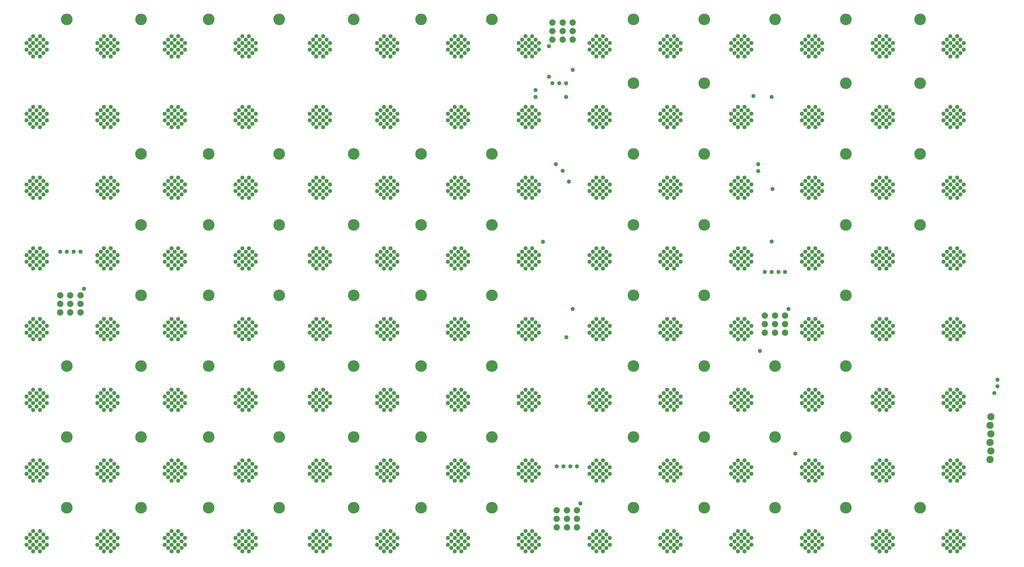
<source format=gbs>
G04 MADE WITH FRITZING*
G04 WWW.FRITZING.ORG*
G04 DOUBLE SIDED*
G04 HOLES PLATED*
G04 CONTOUR ON CENTER OF CONTOUR VECTOR*
%ASAXBY*%
%FSLAX23Y23*%
%MOIN*%
%OFA0B0*%
%SFA1.0B1.0*%
%ADD10C,0.135984*%
%ADD11C,0.049370*%
%ADD12C,0.073622*%
%ADD13C,0.084000*%
%LNMASK0*%
G90*
G70*
G54D10*
X571Y2424D03*
X571Y1597D03*
X571Y770D03*
X571Y6479D03*
X1437Y4077D03*
X1437Y2424D03*
X1437Y4904D03*
X1437Y1597D03*
X1437Y3251D03*
X1437Y770D03*
X1437Y6479D03*
X2225Y4077D03*
X2225Y2424D03*
X2225Y4904D03*
X2225Y1597D03*
X2225Y3251D03*
X2225Y770D03*
X2225Y6479D03*
X3051Y4077D03*
X3051Y2424D03*
X3051Y4904D03*
X3051Y1597D03*
X3051Y3251D03*
X3051Y770D03*
X3051Y6479D03*
X3918Y4077D03*
X3918Y2424D03*
X3918Y4904D03*
X3918Y1597D03*
X3918Y3251D03*
X3918Y770D03*
X3918Y6479D03*
X4705Y4077D03*
X4705Y2424D03*
X4705Y4904D03*
X4705Y1597D03*
X4705Y3251D03*
X4705Y770D03*
X4705Y6479D03*
X5532Y4077D03*
X5532Y2424D03*
X5532Y4904D03*
X5532Y1597D03*
X5532Y3251D03*
X5532Y770D03*
X5532Y6479D03*
X7185Y4077D03*
X7185Y2424D03*
X7185Y4904D03*
X7185Y1597D03*
X7185Y3251D03*
X7185Y770D03*
X7185Y6479D03*
X7185Y5731D03*
X8012Y4077D03*
X8012Y2424D03*
X8012Y4904D03*
X8012Y1597D03*
X8012Y3251D03*
X8012Y770D03*
X8012Y6479D03*
X8012Y5731D03*
X8839Y2424D03*
X8839Y1597D03*
X8839Y770D03*
X8839Y6479D03*
X9666Y4077D03*
X9666Y2424D03*
X9666Y4904D03*
X9666Y1597D03*
X9666Y3251D03*
X9666Y770D03*
X9666Y6479D03*
X9666Y5731D03*
X10532Y770D03*
X10532Y4077D03*
X10532Y4904D03*
X10532Y6479D03*
X10532Y5731D03*
G54D11*
X7579Y2975D03*
X6673Y1243D03*
X5847Y2069D03*
X5925Y2817D03*
X7658Y5298D03*
X5020Y6203D03*
X6870Y455D03*
X5886Y5416D03*
X7736Y1164D03*
X6043Y1951D03*
X4311Y298D03*
X5138Y2778D03*
X5177Y495D03*
X5965Y4510D03*
X6004Y4550D03*
X4232Y6243D03*
X5020Y1164D03*
X6831Y1912D03*
X5886Y377D03*
X7697Y4589D03*
X6004Y6046D03*
X5256Y6203D03*
X5925Y5219D03*
X4193Y1243D03*
X4351Y5377D03*
X4351Y2069D03*
X7658Y5455D03*
X7618Y4432D03*
X6713Y3762D03*
X7579Y1243D03*
X6004Y258D03*
X5177Y3723D03*
X5020Y4550D03*
X6083Y6125D03*
X5138Y2109D03*
X5177Y1912D03*
X6792Y2778D03*
X5099Y1321D03*
X7500Y1164D03*
X6713Y6085D03*
X6792Y5337D03*
X7579Y3566D03*
X4351Y3644D03*
X4272Y3802D03*
X7540Y377D03*
X5847Y3644D03*
X5965Y6164D03*
X5177Y2975D03*
X6004Y1164D03*
X6792Y4510D03*
X6083Y4471D03*
X4311Y1282D03*
X4272Y6203D03*
X5886Y6085D03*
X6752Y2975D03*
X6870Y6085D03*
X4232Y4589D03*
X7579Y6282D03*
X6673Y416D03*
X7697Y2936D03*
X7540Y3762D03*
X4232Y2936D03*
X5925Y1321D03*
X4429Y416D03*
X7618Y1951D03*
X5020Y337D03*
X7736Y337D03*
X7736Y5377D03*
X5217Y2857D03*
X6752Y5219D03*
X4272Y4628D03*
X6831Y1321D03*
X5886Y1125D03*
X5886Y2030D03*
X7658Y337D03*
X5138Y2936D03*
X4193Y3723D03*
X6673Y6203D03*
X6083Y3644D03*
X4232Y5337D03*
X4272Y1243D03*
X7697Y2030D03*
X6870Y1203D03*
X6792Y2030D03*
X6083Y337D03*
X6043Y6085D03*
X6673Y2896D03*
X4351Y6046D03*
X5099Y2148D03*
X5138Y5337D03*
X4390Y3605D03*
X4232Y2109D03*
X5256Y3723D03*
X5020Y2817D03*
X6752Y258D03*
X5099Y258D03*
X6792Y2109D03*
X5138Y1203D03*
X4232Y1203D03*
X5059Y1203D03*
X7658Y2148D03*
X5925Y3566D03*
X6792Y5416D03*
X5177Y3566D03*
X5059Y6243D03*
X4390Y1282D03*
X4390Y2109D03*
X5217Y5258D03*
X5256Y1164D03*
X5965Y1203D03*
X4429Y2069D03*
X6713Y2857D03*
X5177Y4550D03*
X6752Y1243D03*
X6043Y5416D03*
X6043Y298D03*
X7618Y6243D03*
X6752Y2069D03*
X5177Y2896D03*
X5099Y6046D03*
X7736Y4550D03*
X4272Y4392D03*
X4232Y3684D03*
X5138Y5416D03*
X4351Y2739D03*
X5177Y258D03*
X7658Y5377D03*
X5925Y495D03*
X5059Y4589D03*
X5059Y3762D03*
X5177Y5377D03*
X7540Y5416D03*
X4390Y5416D03*
X7500Y4550D03*
X5020Y5377D03*
X7579Y2817D03*
X7579Y1991D03*
X5965Y1951D03*
X6831Y4392D03*
X6792Y4589D03*
X5020Y3723D03*
X5886Y3762D03*
X5217Y1951D03*
X5886Y298D03*
X5138Y2030D03*
X5020Y6125D03*
X4272Y2817D03*
X5847Y416D03*
X6792Y1125D03*
X7540Y2778D03*
X5138Y6243D03*
X7579Y258D03*
X4429Y5298D03*
X7736Y6203D03*
X7697Y298D03*
X4272Y1085D03*
X7579Y3723D03*
X6043Y2778D03*
X6831Y2975D03*
X7579Y3644D03*
X7618Y3605D03*
X6752Y4392D03*
X6004Y495D03*
X6910Y337D03*
X5847Y1243D03*
X7658Y1085D03*
X6713Y377D03*
X5965Y5337D03*
X7500Y1243D03*
X4351Y1243D03*
X6752Y1991D03*
X6043Y3605D03*
X6043Y2109D03*
X6831Y4471D03*
X6004Y3566D03*
X6752Y495D03*
X4193Y4471D03*
X6713Y2936D03*
X7500Y2069D03*
X6043Y1282D03*
X6792Y298D03*
X7697Y455D03*
X6752Y5377D03*
X6870Y6243D03*
X5138Y3684D03*
X7540Y1282D03*
X7658Y3723D03*
X4390Y2936D03*
X7540Y1125D03*
X7736Y6125D03*
X5177Y6282D03*
X5886Y455D03*
X6004Y6203D03*
X7540Y4432D03*
X7579Y5455D03*
X7579Y4392D03*
X4351Y6282D03*
X6910Y2896D03*
X5217Y4510D03*
X5177Y337D03*
X5925Y3644D03*
X5059Y1282D03*
X7697Y5337D03*
X5847Y6125D03*
X4311Y5416D03*
X4232Y377D03*
X4193Y1164D03*
X7697Y2109D03*
X6004Y6282D03*
X5217Y5337D03*
X4390Y3684D03*
X4272Y1991D03*
X4193Y416D03*
X5217Y6243D03*
X7658Y4550D03*
X5217Y3605D03*
X4429Y1164D03*
X6752Y4628D03*
X7736Y3723D03*
X6752Y1085D03*
X6004Y1321D03*
X6792Y1951D03*
X4390Y1951D03*
X7500Y4471D03*
X4390Y2030D03*
X4193Y2896D03*
X4311Y3684D03*
X6870Y3762D03*
X7540Y3605D03*
X6831Y6125D03*
X4351Y258D03*
X7540Y2030D03*
X4351Y5298D03*
X7579Y5377D03*
X5886Y3605D03*
X6713Y1125D03*
X7500Y6203D03*
X6831Y1243D03*
X6673Y5377D03*
X6870Y1951D03*
X4193Y4550D03*
X7697Y2778D03*
X7540Y2936D03*
X6870Y6164D03*
X4272Y258D03*
X6752Y1912D03*
X5965Y2778D03*
X6792Y4432D03*
X5138Y455D03*
X7579Y2069D03*
X4272Y416D03*
X5059Y5337D03*
X7540Y1951D03*
X6713Y4510D03*
X4390Y6243D03*
X7658Y2817D03*
X5059Y1125D03*
X6831Y2069D03*
X5138Y1951D03*
X5020Y4471D03*
X4429Y5377D03*
X7697Y6164D03*
X5217Y6085D03*
X6910Y5377D03*
X4351Y2148D03*
X7540Y2109D03*
X5217Y1282D03*
X4351Y5455D03*
X5217Y455D03*
X4390Y4510D03*
X6004Y416D03*
X5138Y1282D03*
X6910Y3723D03*
X5020Y3644D03*
X6870Y2109D03*
X6083Y1991D03*
X4311Y1125D03*
X6752Y3802D03*
X7618Y2778D03*
X6713Y3605D03*
X7579Y495D03*
X6713Y2778D03*
X4390Y4432D03*
X4232Y1951D03*
X7500Y1991D03*
X5965Y2109D03*
X5177Y1085D03*
X4429Y6203D03*
X7658Y2069D03*
X7618Y1203D03*
X5886Y3684D03*
X5217Y2778D03*
X4272Y3723D03*
X7697Y4432D03*
X4351Y6203D03*
X7540Y5258D03*
X7658Y1243D03*
X5099Y1243D03*
X4429Y2817D03*
X5177Y416D03*
X7540Y3684D03*
X6083Y1164D03*
X5217Y3684D03*
X7618Y4510D03*
X4351Y1321D03*
X5177Y1243D03*
X7697Y5258D03*
X6870Y4510D03*
X7579Y6125D03*
X7658Y4392D03*
X4272Y2148D03*
X6713Y298D03*
X6831Y3802D03*
X6004Y2739D03*
X6043Y4510D03*
X7579Y2148D03*
X6870Y298D03*
X6043Y3684D03*
X5138Y4510D03*
X5177Y6125D03*
X5177Y6203D03*
X5099Y2896D03*
X6870Y5337D03*
X6004Y1085D03*
X6831Y5455D03*
X4429Y1243D03*
X6910Y416D03*
X7540Y6164D03*
X7736Y416D03*
X7658Y495D03*
X4351Y2817D03*
X6752Y1321D03*
X4193Y5298D03*
X4390Y5337D03*
X7540Y1203D03*
X7697Y6085D03*
X5059Y377D03*
X7500Y2896D03*
X6910Y6125D03*
X6831Y4550D03*
X5965Y6085D03*
X4272Y3566D03*
X5217Y298D03*
X7658Y2896D03*
X7658Y258D03*
X6004Y5298D03*
X6673Y2069D03*
X5925Y1912D03*
X7500Y3644D03*
X6831Y3723D03*
X5886Y4432D03*
X5099Y4392D03*
X7540Y298D03*
X5059Y6085D03*
X4272Y2069D03*
X5886Y2778D03*
X4272Y337D03*
X7658Y3802D03*
X5177Y5219D03*
X7500Y337D03*
X4232Y4510D03*
X6673Y4550D03*
X5847Y1991D03*
X6910Y2817D03*
X6752Y337D03*
X5059Y5258D03*
X5965Y1125D03*
X5217Y4589D03*
X6792Y1203D03*
X6673Y3644D03*
X4390Y5258D03*
X5099Y5298D03*
X7658Y1912D03*
X5099Y4471D03*
X5925Y6203D03*
X6043Y5258D03*
X7736Y4471D03*
X5020Y1991D03*
X4311Y6085D03*
X6004Y6125D03*
X5177Y2739D03*
X5965Y4432D03*
X7658Y1321D03*
X4351Y416D03*
X5256Y5298D03*
X5059Y6164D03*
X6870Y4589D03*
X7540Y6085D03*
X6910Y1243D03*
X5177Y5455D03*
X6004Y4471D03*
X7579Y416D03*
X5256Y2817D03*
X5099Y2069D03*
X6713Y5258D03*
X6713Y1203D03*
X6910Y4550D03*
X7500Y3723D03*
X4351Y3723D03*
X5965Y455D03*
X7697Y6243D03*
X5925Y2975D03*
X4311Y2109D03*
X5217Y2936D03*
X7697Y4510D03*
X5138Y1125D03*
X4390Y2857D03*
X7658Y5219D03*
X5965Y298D03*
X5847Y337D03*
X4232Y6085D03*
X7658Y6282D03*
X5020Y5298D03*
X5925Y5298D03*
X5099Y3802D03*
X5099Y5219D03*
X6870Y377D03*
X5217Y4432D03*
X5099Y6203D03*
X6831Y5377D03*
X5886Y1951D03*
X5099Y2739D03*
X4272Y6282D03*
X4351Y1164D03*
X5256Y3644D03*
X7697Y1125D03*
X7658Y1164D03*
X5099Y4550D03*
X7500Y2817D03*
X5217Y6164D03*
X5965Y3684D03*
X6004Y1991D03*
X4232Y1282D03*
X5099Y4628D03*
X5059Y3605D03*
X5925Y2896D03*
X5886Y2857D03*
X6004Y337D03*
X4429Y337D03*
X6673Y6125D03*
X6870Y1282D03*
X5177Y4628D03*
X4272Y2896D03*
X6673Y3723D03*
X5256Y5377D03*
X7618Y4589D03*
X6713Y4432D03*
X4390Y4589D03*
X6673Y2817D03*
X4351Y4392D03*
X6004Y1912D03*
X6752Y2148D03*
X6831Y2739D03*
X5925Y3723D03*
X4193Y2069D03*
X7540Y4510D03*
X6043Y4589D03*
X5965Y5416D03*
X6043Y6243D03*
X5099Y2817D03*
X6043Y377D03*
X5059Y3684D03*
X6831Y6282D03*
X7658Y2739D03*
X7697Y1282D03*
X6831Y2148D03*
X4311Y4589D03*
X5847Y3723D03*
X5059Y298D03*
X4272Y6125D03*
X4311Y4510D03*
X4390Y377D03*
X4193Y6203D03*
X6083Y2069D03*
X7736Y2896D03*
X4272Y495D03*
X4311Y3762D03*
X4193Y3644D03*
X6910Y4471D03*
X4232Y5258D03*
X5099Y5377D03*
X6831Y2896D03*
X6792Y2857D03*
X6083Y1243D03*
X5138Y4589D03*
X5886Y5337D03*
X7618Y2109D03*
X4232Y5416D03*
X5020Y2896D03*
X5059Y2030D03*
X5256Y416D03*
X5099Y495D03*
X6043Y455D03*
X7618Y1125D03*
X5059Y4510D03*
X6752Y3566D03*
X4311Y2936D03*
X7500Y5298D03*
X5256Y1991D03*
X6043Y6164D03*
X5256Y4471D03*
X6831Y258D03*
X4351Y3802D03*
X7736Y1991D03*
X4351Y6125D03*
X5177Y1991D03*
X5177Y1164D03*
X6004Y3802D03*
X5099Y6125D03*
X4272Y2739D03*
X4232Y298D03*
X6870Y1125D03*
X5059Y2778D03*
X5177Y4471D03*
X6752Y6203D03*
X6004Y5455D03*
X5925Y5455D03*
X6910Y6203D03*
X6752Y6125D03*
X7579Y1164D03*
X5965Y5258D03*
X5138Y4432D03*
X6713Y455D03*
X6752Y5455D03*
X4390Y298D03*
X6870Y2030D03*
X5965Y6243D03*
X6792Y3762D03*
X4232Y2778D03*
X6910Y5298D03*
X5886Y4589D03*
X6004Y4392D03*
X5256Y337D03*
X4311Y1951D03*
X7618Y6164D03*
X5847Y4471D03*
X5177Y6046D03*
X6083Y5298D03*
X6870Y5416D03*
X6792Y455D03*
X5138Y2857D03*
X6792Y6085D03*
X4272Y5377D03*
X4232Y3762D03*
X5099Y6282D03*
X7658Y6125D03*
X7579Y4550D03*
X5925Y2148D03*
X5138Y6164D03*
X6083Y5377D03*
X6713Y4589D03*
X5217Y5416D03*
X7658Y4628D03*
X6831Y5298D03*
X5925Y6125D03*
X5217Y2109D03*
X4272Y4471D03*
X6004Y2896D03*
X7658Y6046D03*
X5099Y5455D03*
X4193Y5377D03*
X4311Y2030D03*
X7618Y2030D03*
X7618Y377D03*
X5059Y2936D03*
X5965Y2030D03*
X6831Y1991D03*
X4351Y2975D03*
X4390Y3762D03*
X5059Y2109D03*
X5886Y2936D03*
X7579Y2896D03*
X7579Y5219D03*
X6713Y2030D03*
X6083Y3723D03*
X6752Y3723D03*
X5886Y5258D03*
X6792Y6164D03*
X7618Y2857D03*
X5099Y3566D03*
X7618Y6085D03*
X5886Y6164D03*
X6713Y1951D03*
X5847Y5298D03*
X5847Y4550D03*
X6713Y5337D03*
X5138Y3762D03*
X6004Y4628D03*
X6792Y1282D03*
X4311Y6243D03*
X4311Y3605D03*
X7618Y298D03*
X5925Y2739D03*
X6043Y2857D03*
X4232Y6164D03*
X5925Y1164D03*
X4351Y1085D03*
X5059Y1951D03*
X6043Y5337D03*
X6831Y1164D03*
X4311Y6164D03*
X6752Y2739D03*
X6752Y6282D03*
X6043Y1125D03*
X7736Y2069D03*
X4232Y4432D03*
X5925Y1085D03*
X5099Y2975D03*
X7736Y3644D03*
X6792Y2936D03*
X6043Y1203D03*
X4351Y3566D03*
X5138Y6085D03*
X7658Y416D03*
X6004Y2148D03*
X4272Y6046D03*
X6713Y3684D03*
X4390Y6085D03*
X5925Y258D03*
X5059Y455D03*
X7540Y6243D03*
X7579Y337D03*
X6870Y2936D03*
X6910Y1164D03*
X4429Y6125D03*
X5138Y5258D03*
X4272Y1912D03*
X5177Y2069D03*
X4311Y5258D03*
X7618Y2936D03*
X4311Y4432D03*
X4429Y1991D03*
X7697Y3762D03*
X5847Y5377D03*
X6004Y2069D03*
X5177Y3802D03*
X6004Y3644D03*
X7579Y1085D03*
X7658Y1991D03*
X4193Y6125D03*
X7697Y2857D03*
X6910Y3644D03*
X6831Y495D03*
X5965Y2857D03*
X6752Y6046D03*
X4311Y5337D03*
X5886Y2109D03*
X6713Y6164D03*
X6831Y1085D03*
X6713Y6243D03*
X7579Y1321D03*
X6752Y2896D03*
X6792Y377D03*
X7736Y2817D03*
X6713Y5416D03*
X7697Y3605D03*
X7618Y5258D03*
X5925Y416D03*
X5886Y4510D03*
X5217Y2030D03*
X4311Y377D03*
X7697Y377D03*
X7658Y3566D03*
X4193Y1991D03*
X5925Y4471D03*
X6910Y1991D03*
X5925Y4392D03*
X5217Y377D03*
X5256Y2896D03*
X7658Y2975D03*
X6004Y5377D03*
X4232Y1125D03*
X5925Y2069D03*
X6831Y6203D03*
X4351Y4471D03*
X7658Y3644D03*
X4311Y455D03*
X7618Y455D03*
X6870Y4432D03*
X7618Y1282D03*
X5099Y3644D03*
X5925Y6046D03*
X6752Y4471D03*
X5847Y1164D03*
X5138Y377D03*
X4351Y2896D03*
X5847Y2896D03*
X5217Y1125D03*
X7736Y5298D03*
X5925Y5377D03*
X6673Y1164D03*
X7736Y1243D03*
X4272Y5298D03*
X5020Y2069D03*
X5925Y3802D03*
X6004Y2817D03*
X6004Y5219D03*
X5925Y4628D03*
X5965Y2936D03*
X7579Y4471D03*
X6831Y3566D03*
X7618Y3762D03*
X7579Y2739D03*
X6083Y2896D03*
X7579Y4628D03*
X5059Y2857D03*
X5965Y3762D03*
X5886Y1282D03*
X6870Y2857D03*
X5965Y377D03*
X5177Y3644D03*
X4429Y4471D03*
X5099Y1912D03*
X6831Y2817D03*
X6910Y2069D03*
X7579Y6046D03*
X5020Y1243D03*
X4429Y3723D03*
X7540Y455D03*
X5965Y4589D03*
X6752Y1164D03*
X6752Y416D03*
X7658Y4471D03*
X5177Y5298D03*
X7540Y5337D03*
X4390Y2778D03*
X7579Y1912D03*
X7697Y3684D03*
X5217Y3762D03*
X4311Y2778D03*
X5256Y2069D03*
X5925Y1991D03*
X6004Y1243D03*
X4351Y1912D03*
X5099Y3723D03*
X7697Y1951D03*
X6831Y6046D03*
X5256Y6125D03*
X6870Y2778D03*
X4311Y2857D03*
X6831Y416D03*
X6083Y416D03*
X6043Y2030D03*
X6752Y3644D03*
X7579Y6203D03*
X4272Y1164D03*
X6831Y4628D03*
X5256Y1243D03*
X5099Y1991D03*
X5847Y2817D03*
X6043Y4432D03*
X5177Y1321D03*
X6083Y4550D03*
X4429Y4550D03*
X6673Y5298D03*
X4351Y495D03*
X4193Y2817D03*
X6673Y4471D03*
X5177Y2148D03*
X5099Y1164D03*
X4232Y3605D03*
X4311Y1203D03*
X5177Y2817D03*
X5138Y298D03*
X5059Y5416D03*
X4390Y455D03*
X5099Y416D03*
X6673Y1991D03*
X5177Y4392D03*
X5099Y337D03*
X4351Y4550D03*
X6083Y6203D03*
X4351Y5219D03*
X7540Y4589D03*
X7500Y5377D03*
X4232Y2857D03*
X6831Y5219D03*
X5925Y4550D03*
X6792Y5258D03*
X5217Y1203D03*
X4193Y337D03*
X6752Y4550D03*
X7540Y2857D03*
X7618Y5416D03*
X5925Y337D03*
X4272Y4550D03*
X4232Y455D03*
X5256Y4550D03*
X4272Y2975D03*
X6792Y3605D03*
X6752Y2817D03*
X5886Y6243D03*
X4272Y3644D03*
X7579Y5298D03*
X4272Y5455D03*
X5020Y416D03*
X6713Y1282D03*
X4390Y1125D03*
X5965Y3605D03*
X6792Y6243D03*
X4390Y6164D03*
X7697Y5416D03*
X6752Y5298D03*
X6004Y2975D03*
X7579Y3802D03*
X4429Y3644D03*
X6870Y5258D03*
X7500Y416D03*
X5965Y1282D03*
X6043Y2936D03*
X5925Y1243D03*
X5138Y3605D03*
X6004Y3723D03*
X5099Y1085D03*
X6870Y3605D03*
X4351Y1991D03*
X6792Y3684D03*
X5886Y1203D03*
X6043Y3762D03*
X4351Y337D03*
X7618Y5337D03*
X7658Y6203D03*
X6083Y2817D03*
X6831Y3644D03*
X7618Y3684D03*
X6870Y3684D03*
X7500Y6125D03*
X6673Y337D03*
X4351Y4628D03*
X5847Y6203D03*
X4272Y1321D03*
X6713Y2109D03*
X4272Y5219D03*
X6831Y337D03*
X5925Y6282D03*
X4429Y2896D03*
X4232Y2030D03*
X4390Y1203D03*
X5059Y4432D03*
X7697Y1203D03*
X8327Y6203D03*
X10138Y416D03*
X8366Y2857D03*
X9311Y5377D03*
X9981Y337D03*
X9311Y258D03*
X11004Y5258D03*
X11004Y3762D03*
X10965Y3802D03*
X10020Y3762D03*
X9311Y2148D03*
X11043Y1243D03*
X9390Y2817D03*
X10965Y1321D03*
X10807Y6203D03*
X10807Y1164D03*
X8563Y416D03*
X10217Y4550D03*
X8484Y337D03*
X10020Y298D03*
X10020Y377D03*
X8366Y4589D03*
X9272Y2030D03*
X8445Y1951D03*
X8366Y6164D03*
X10965Y6046D03*
X9193Y1203D03*
X10886Y2739D03*
X10807Y1991D03*
X8366Y3605D03*
X9981Y1164D03*
X9311Y2975D03*
X9272Y6164D03*
X10965Y2739D03*
X10020Y2109D03*
X8563Y4471D03*
X10886Y1085D03*
X9351Y6085D03*
X10847Y2857D03*
X8406Y6046D03*
X9232Y1164D03*
X10020Y6164D03*
X8484Y6046D03*
X11043Y1164D03*
X10059Y5219D03*
X10177Y455D03*
X8524Y6085D03*
X9311Y2896D03*
X10099Y2936D03*
X10177Y1951D03*
X8484Y3566D03*
X9193Y3605D03*
X10059Y1243D03*
X10925Y4510D03*
X9351Y455D03*
X8327Y2896D03*
X10059Y5377D03*
X10886Y337D03*
X8366Y4432D03*
X9193Y2857D03*
X10020Y5258D03*
X8445Y4432D03*
X9232Y5455D03*
X11004Y377D03*
X9154Y2069D03*
X10177Y2109D03*
X8366Y5258D03*
X9311Y1912D03*
X10177Y4510D03*
X11004Y5337D03*
X11004Y1951D03*
X10177Y1282D03*
X10099Y5337D03*
X8366Y377D03*
X10925Y6164D03*
X9351Y2936D03*
X9154Y416D03*
X8406Y3566D03*
X9311Y1991D03*
X11004Y5416D03*
X9390Y5298D03*
X10138Y1243D03*
X10847Y3762D03*
X10177Y6164D03*
X10059Y2148D03*
X11004Y1282D03*
X8484Y6203D03*
X10925Y2857D03*
X10099Y4589D03*
X9981Y3644D03*
X9311Y6046D03*
X9272Y4432D03*
X10138Y5455D03*
X9311Y6125D03*
X10965Y258D03*
X8445Y377D03*
X10217Y6125D03*
X9311Y3566D03*
X9232Y6125D03*
X8524Y3762D03*
X9390Y5377D03*
X9232Y4550D03*
X8484Y2148D03*
X9311Y337D03*
X9351Y2030D03*
X8327Y4471D03*
X10965Y5298D03*
X9390Y1164D03*
X11043Y416D03*
X9351Y4432D03*
X9311Y495D03*
X9272Y4589D03*
X10099Y1282D03*
X8406Y337D03*
X10847Y1282D03*
X8406Y6282D03*
X9193Y1951D03*
X10886Y4628D03*
X10217Y1164D03*
X8445Y6243D03*
X11004Y1203D03*
X8563Y2817D03*
X9154Y1164D03*
X10965Y4392D03*
X10138Y2817D03*
X10020Y2778D03*
X10138Y4629D03*
X8524Y1203D03*
X9272Y1203D03*
X9351Y1951D03*
X8445Y4589D03*
X10020Y1951D03*
X8406Y1991D03*
X8445Y5258D03*
X8406Y2817D03*
X9981Y1991D03*
X9311Y2739D03*
X10059Y4629D03*
X8445Y1203D03*
X8445Y2778D03*
X10059Y258D03*
X8445Y3684D03*
X10965Y3723D03*
X8406Y5455D03*
X8484Y2069D03*
X9193Y5337D03*
X10177Y1203D03*
X9232Y1991D03*
X10059Y2975D03*
X10965Y2896D03*
X8524Y298D03*
X10138Y1164D03*
X9272Y2857D03*
X10886Y6125D03*
X10217Y5377D03*
X9232Y3723D03*
X10020Y4589D03*
X8563Y2896D03*
X10925Y1951D03*
X10886Y416D03*
X10059Y4471D03*
X9311Y6203D03*
X11004Y4510D03*
X8484Y3802D03*
X10965Y6125D03*
X10099Y6085D03*
X8327Y3723D03*
X9311Y4550D03*
X9272Y3605D03*
X9232Y4628D03*
X9232Y3566D03*
X9351Y5337D03*
X10807Y3723D03*
X9232Y4392D03*
X10138Y2975D03*
X10059Y2739D03*
X9193Y2778D03*
X8406Y3723D03*
X9154Y5377D03*
X10020Y2936D03*
X9154Y3723D03*
X10217Y2817D03*
X8524Y2030D03*
X8524Y1125D03*
X10138Y1912D03*
X10138Y1085D03*
X10886Y2896D03*
X9311Y1243D03*
X8366Y1951D03*
X10059Y2069D03*
X8406Y1321D03*
X9311Y5219D03*
X10886Y5298D03*
X9351Y1282D03*
X9981Y416D03*
X8524Y377D03*
X8366Y1125D03*
X8366Y3684D03*
X9351Y5258D03*
X8484Y1912D03*
X10020Y5416D03*
X9351Y2778D03*
X10886Y3566D03*
X9351Y298D03*
X10138Y2148D03*
X8524Y6164D03*
X8445Y1282D03*
X8524Y1951D03*
X10099Y5258D03*
X10020Y4432D03*
X8406Y5219D03*
X11004Y6243D03*
X10217Y6203D03*
X10177Y4432D03*
X10138Y3802D03*
X9981Y2896D03*
X10807Y2817D03*
X10059Y1321D03*
X10965Y3644D03*
X10886Y6282D03*
X8406Y258D03*
X10020Y1203D03*
X8524Y2778D03*
X9154Y1991D03*
X11004Y2778D03*
X9232Y1912D03*
X10925Y5258D03*
X9390Y6203D03*
X10099Y1203D03*
X10059Y1164D03*
X10020Y2030D03*
X10886Y3723D03*
X10807Y2896D03*
X10886Y1991D03*
X9272Y1125D03*
X8484Y5298D03*
X8484Y416D03*
X9311Y2817D03*
X10925Y2109D03*
X9232Y5298D03*
X10925Y5416D03*
X9390Y2069D03*
X10059Y337D03*
X8524Y5416D03*
X8563Y5377D03*
X10138Y4471D03*
X9981Y4471D03*
X10177Y377D03*
X9981Y4550D03*
X11004Y6085D03*
X9272Y6085D03*
X9272Y5337D03*
X10138Y3723D03*
X9390Y1243D03*
X10925Y4589D03*
X8524Y3684D03*
X10807Y337D03*
X10847Y1125D03*
X9272Y1951D03*
X9272Y2936D03*
X8366Y455D03*
X8563Y337D03*
X10217Y3723D03*
X9193Y298D03*
X10020Y6085D03*
X9232Y2817D03*
X8366Y1203D03*
X10965Y416D03*
X10177Y2857D03*
X9390Y3723D03*
X10807Y5298D03*
X9272Y6243D03*
X9981Y5298D03*
X9272Y2778D03*
X10847Y4589D03*
X8406Y6203D03*
X9232Y2975D03*
X10059Y4392D03*
X9390Y416D03*
X8484Y3644D03*
X11043Y5377D03*
X10138Y5219D03*
X9981Y5377D03*
X10099Y2109D03*
X10925Y4432D03*
X9193Y5258D03*
X10059Y6046D03*
X10886Y5377D03*
X10847Y1203D03*
X9311Y4392D03*
X8327Y5377D03*
X9154Y1243D03*
X8484Y5377D03*
X10925Y298D03*
X10847Y6243D03*
X11043Y3723D03*
X10925Y3605D03*
X10059Y1991D03*
X11004Y298D03*
X10059Y5455D03*
X8445Y2857D03*
X10925Y455D03*
X9154Y4471D03*
X10847Y2936D03*
X9351Y2109D03*
X8445Y5416D03*
X10099Y298D03*
X10965Y5219D03*
X8366Y1282D03*
X8524Y2936D03*
X11043Y2896D03*
X10965Y337D03*
X10099Y3684D03*
X10138Y6282D03*
X10965Y2148D03*
X8406Y4392D03*
X9193Y3684D03*
X10217Y3644D03*
X10965Y2975D03*
X10177Y6243D03*
X10886Y2975D03*
X10138Y2896D03*
X9193Y4589D03*
X8366Y2030D03*
X10965Y1243D03*
X8406Y2975D03*
X9981Y2817D03*
X10099Y2030D03*
X8406Y416D03*
X10886Y1912D03*
X10847Y5258D03*
X10177Y4589D03*
X9311Y1321D03*
X10886Y1243D03*
X8327Y4550D03*
X10177Y5337D03*
X9390Y6125D03*
X10965Y495D03*
X9154Y5298D03*
X10177Y6085D03*
X10059Y4550D03*
X9311Y2069D03*
X8445Y3605D03*
X10886Y1164D03*
X9272Y298D03*
X10020Y1282D03*
X9232Y1243D03*
X9232Y258D03*
X8524Y5258D03*
X9351Y3684D03*
X10059Y3802D03*
X8484Y1243D03*
X9232Y5377D03*
X8406Y5377D03*
X10099Y377D03*
X10138Y4392D03*
X9193Y455D03*
X8327Y416D03*
X10886Y495D03*
X10177Y2778D03*
X10059Y2817D03*
X9232Y495D03*
X10059Y416D03*
X8524Y5337D03*
X9390Y2896D03*
X9311Y1164D03*
X10177Y5416D03*
X10807Y4550D03*
X10138Y337D03*
X11043Y2817D03*
X9981Y6125D03*
X10138Y495D03*
X9390Y3644D03*
X9351Y6164D03*
X10138Y1991D03*
X8406Y3644D03*
X11004Y3605D03*
X10965Y1164D03*
X8484Y6282D03*
X11043Y1991D03*
X8524Y4510D03*
X9351Y3605D03*
X11004Y4432D03*
X10020Y3605D03*
X10925Y1282D03*
X8406Y4628D03*
X10847Y3605D03*
X11004Y3684D03*
X9311Y5298D03*
X8524Y6243D03*
X8327Y2817D03*
X10886Y5455D03*
X10138Y4550D03*
X9193Y1125D03*
X10099Y1951D03*
X10965Y2817D03*
X10059Y1912D03*
X9272Y377D03*
X10886Y2069D03*
X8327Y2069D03*
X10059Y3723D03*
X8484Y495D03*
X10177Y298D03*
X10925Y6085D03*
X9154Y337D03*
X10886Y258D03*
X9272Y455D03*
X8406Y1243D03*
X8366Y2936D03*
X10099Y6243D03*
X10847Y3684D03*
X9351Y1203D03*
X9232Y2069D03*
X10059Y6203D03*
X9390Y4550D03*
X8445Y5337D03*
X10177Y5258D03*
X10965Y4628D03*
X10886Y2148D03*
X8366Y6243D03*
X9232Y337D03*
X10965Y5377D03*
X10807Y1243D03*
X10099Y455D03*
X10925Y5337D03*
X8484Y258D03*
X8524Y2109D03*
X11004Y1125D03*
X9351Y4510D03*
X8406Y2069D03*
X8484Y4628D03*
X11004Y2030D03*
X10020Y3684D03*
X10807Y6125D03*
X8445Y4510D03*
X10847Y5416D03*
X9272Y5416D03*
X9193Y6085D03*
X9351Y2857D03*
X10886Y1321D03*
X8327Y1991D03*
X10807Y416D03*
X9193Y2109D03*
X10886Y2817D03*
X8327Y1164D03*
X8445Y455D03*
X10847Y455D03*
X8484Y5455D03*
X10138Y3644D03*
X8445Y6164D03*
X10138Y3566D03*
X10965Y6282D03*
X10886Y4392D03*
X8484Y1321D03*
X10020Y2857D03*
X8366Y2778D03*
X9193Y4432D03*
X9311Y3802D03*
X8524Y2857D03*
X10177Y3684D03*
X9154Y6125D03*
X10177Y2936D03*
X9232Y2739D03*
X9981Y6203D03*
X10217Y2896D03*
X8484Y1991D03*
X8484Y2896D03*
X10847Y4510D03*
X8563Y4550D03*
X10807Y5377D03*
X8366Y5337D03*
X10217Y416D03*
X9193Y6164D03*
X10059Y3566D03*
X11004Y2109D03*
X10807Y4471D03*
X8524Y4589D03*
X9311Y4628D03*
X10138Y6203D03*
X10099Y2778D03*
X8406Y2739D03*
X9193Y6243D03*
X8406Y4550D03*
X10807Y2069D03*
X9272Y3762D03*
X10138Y6046D03*
X10886Y3644D03*
X11004Y2936D03*
X8484Y5219D03*
X10020Y455D03*
X10965Y1991D03*
X10099Y2857D03*
X10807Y3644D03*
X9351Y1125D03*
X8445Y3762D03*
X8445Y2109D03*
X8484Y4471D03*
X9311Y1085D03*
X9232Y6282D03*
X10925Y3762D03*
X8484Y1164D03*
X10886Y3802D03*
X9311Y3723D03*
X10965Y4471D03*
X8563Y3723D03*
X10847Y6164D03*
X8366Y6085D03*
X9193Y377D03*
X9232Y5219D03*
X9311Y3644D03*
X9390Y1991D03*
X10217Y337D03*
X11043Y337D03*
X10847Y2030D03*
X8445Y6085D03*
X10138Y258D03*
X10886Y4550D03*
X9193Y3762D03*
X8445Y1125D03*
X10138Y2739D03*
X8484Y2975D03*
X10099Y4432D03*
X10965Y1085D03*
X9232Y416D03*
X10059Y5298D03*
X10886Y4471D03*
X11043Y5298D03*
X8563Y6203D03*
X11043Y4471D03*
X10138Y2069D03*
X8406Y1912D03*
X10847Y4432D03*
X10847Y1951D03*
X9981Y2069D03*
X8484Y2817D03*
X10965Y1912D03*
X9193Y1282D03*
X10059Y6125D03*
X9232Y1321D03*
X10965Y3566D03*
X9193Y2030D03*
X9193Y4510D03*
X10925Y2030D03*
X9232Y4471D03*
X9311Y6282D03*
X8406Y1085D03*
X9232Y3802D03*
X11043Y4550D03*
X10925Y377D03*
X8406Y3802D03*
X9351Y3762D03*
X10886Y6203D03*
X10020Y4510D03*
X10099Y3605D03*
X8563Y1164D03*
X9232Y6203D03*
X11004Y4589D03*
X10059Y6282D03*
X10138Y1321D03*
X10925Y3684D03*
X10965Y2069D03*
X10099Y3762D03*
X8406Y1164D03*
X9311Y5455D03*
X8445Y2030D03*
X8406Y2896D03*
X11043Y6203D03*
X9981Y3723D03*
X8366Y2109D03*
X9272Y2109D03*
X8327Y1243D03*
X8366Y298D03*
X11043Y3644D03*
X8484Y4550D03*
X8563Y2069D03*
X9272Y5258D03*
X11004Y2857D03*
X8563Y1243D03*
X10217Y1991D03*
X8445Y298D03*
X8484Y2739D03*
X9232Y2896D03*
X10020Y5337D03*
X10847Y6085D03*
X9390Y337D03*
X10886Y6046D03*
X10925Y2936D03*
X10217Y2069D03*
X8484Y4392D03*
X10925Y2778D03*
X8445Y2936D03*
X8366Y4510D03*
X8366Y5416D03*
X10925Y1203D03*
X9193Y2936D03*
X10965Y6203D03*
X10965Y4550D03*
X10847Y377D03*
X9351Y5416D03*
X8406Y2148D03*
X10099Y6164D03*
X10847Y2778D03*
X10138Y6125D03*
X8524Y455D03*
X9154Y2896D03*
X8327Y3644D03*
X11043Y2069D03*
X8327Y337D03*
X9232Y2148D03*
X10099Y4510D03*
X11004Y455D03*
X8563Y6125D03*
X10059Y1085D03*
X10217Y1243D03*
X8366Y3762D03*
X10020Y6243D03*
X9154Y4550D03*
X8406Y5298D03*
X10217Y5298D03*
X10847Y2109D03*
X8524Y1282D03*
X9351Y6243D03*
X10020Y1125D03*
X9232Y1085D03*
X8406Y4471D03*
X10059Y3644D03*
X8563Y1991D03*
X8524Y4432D03*
X10177Y2030D03*
X8327Y6125D03*
X10099Y1125D03*
X11043Y6125D03*
X10886Y5219D03*
X8406Y6125D03*
X10965Y5455D03*
X10099Y5416D03*
X10847Y298D03*
X8327Y5298D03*
X9154Y3644D03*
X10059Y2896D03*
X9311Y416D03*
X10177Y3605D03*
X8484Y1085D03*
X8563Y5298D03*
X10138Y5298D03*
X10177Y3762D03*
X9272Y4510D03*
X9272Y1282D03*
X9351Y4589D03*
X9351Y377D03*
X9232Y3644D03*
X11004Y6164D03*
X10059Y495D03*
X9154Y2817D03*
X10925Y6243D03*
X9272Y3684D03*
X9311Y4471D03*
X8406Y495D03*
X8563Y3644D03*
X10925Y1125D03*
X8484Y3723D03*
X9390Y4471D03*
X10177Y1125D03*
X8524Y3605D03*
X10847Y5337D03*
X10138Y5377D03*
X8484Y6125D03*
X10217Y4471D03*
X9981Y1243D03*
X9193Y5416D03*
X9232Y6046D03*
X9154Y6203D03*
X3524Y298D03*
X3524Y5337D03*
X3484Y3802D03*
X3563Y3566D03*
X3603Y2936D03*
X3642Y1164D03*
X3563Y4471D03*
X3563Y1164D03*
X3445Y5337D03*
X3484Y258D03*
X3406Y5377D03*
X3524Y6164D03*
X3484Y3644D03*
X3603Y298D03*
X3484Y1991D03*
X3603Y3762D03*
X3642Y2069D03*
X3406Y337D03*
X3563Y2739D03*
X3642Y337D03*
X3484Y3723D03*
X3445Y3762D03*
X3563Y3802D03*
X3484Y2739D03*
X3642Y6203D03*
X3484Y2817D03*
X3642Y1243D03*
X3445Y2778D03*
X3445Y4510D03*
X3642Y3723D03*
X3563Y6282D03*
X3524Y455D03*
X3642Y4471D03*
X3524Y2936D03*
X3603Y2857D03*
X3406Y2817D03*
X3524Y3762D03*
X3563Y495D03*
X3484Y4550D03*
X3603Y5337D03*
X3445Y1951D03*
X3603Y3684D03*
X3563Y2975D03*
X3524Y1282D03*
X3406Y6203D03*
X3563Y4628D03*
X3563Y4392D03*
X3563Y3644D03*
X3524Y4510D03*
X3484Y4628D03*
X3642Y2817D03*
X3563Y2069D03*
X3406Y2896D03*
X3484Y2975D03*
X3445Y2857D03*
X3642Y5377D03*
X3563Y258D03*
X3524Y6085D03*
X3406Y2069D03*
X3445Y1203D03*
X3603Y455D03*
X3603Y3605D03*
X3524Y2030D03*
X3406Y3723D03*
X3484Y3566D03*
X3524Y4432D03*
X3603Y4510D03*
X3524Y5258D03*
X3445Y2109D03*
X3524Y5416D03*
X3524Y377D03*
X3563Y1085D03*
X3563Y5455D03*
X3445Y1125D03*
X3642Y1991D03*
X3603Y2109D03*
X3524Y2857D03*
X3603Y6164D03*
X3524Y2109D03*
X3406Y4550D03*
X3484Y1085D03*
X3406Y5298D03*
X3445Y6243D03*
X3603Y1282D03*
X3524Y1125D03*
X3563Y2896D03*
X3484Y1164D03*
X3406Y416D03*
X3484Y4392D03*
X3406Y1243D03*
X3642Y416D03*
X3563Y1243D03*
X3563Y1991D03*
X3603Y5416D03*
X3406Y4471D03*
X3406Y6125D03*
X3445Y1282D03*
X3406Y1991D03*
X3563Y1321D03*
X3445Y6164D03*
X3484Y416D03*
X3603Y377D03*
X3563Y5298D03*
X3524Y4589D03*
X3406Y3644D03*
X3563Y6125D03*
X3445Y3684D03*
X3484Y6203D03*
X3445Y3605D03*
X3563Y416D03*
X3642Y3644D03*
X3445Y377D03*
X3642Y4550D03*
X3603Y5258D03*
X3603Y4589D03*
X3484Y1912D03*
X3445Y298D03*
X3642Y2896D03*
X3563Y2817D03*
X3603Y6085D03*
X3484Y1321D03*
X3445Y4589D03*
X3484Y5298D03*
X3603Y4432D03*
X3603Y1203D03*
X3484Y6125D03*
X3642Y6125D03*
X3445Y4432D03*
X3484Y6282D03*
X3603Y6243D03*
X3563Y2148D03*
X3524Y3605D03*
X3484Y1243D03*
X3484Y337D03*
X3445Y2030D03*
X3563Y3723D03*
X3563Y5377D03*
X3524Y6243D03*
X3484Y495D03*
X3484Y4471D03*
X3603Y1951D03*
X3524Y1951D03*
X3563Y6046D03*
X3563Y1912D03*
X3524Y1203D03*
X3484Y2069D03*
X3524Y3684D03*
X3603Y2778D03*
X3484Y5377D03*
X3445Y5416D03*
X3524Y2778D03*
X3406Y1164D03*
X3563Y6203D03*
X3603Y2030D03*
X3603Y1125D03*
X3563Y4550D03*
X3445Y6085D03*
X3563Y5219D03*
X3484Y2896D03*
X3445Y455D03*
X3563Y337D03*
X3484Y6046D03*
X3484Y5219D03*
X3484Y5455D03*
X3445Y2936D03*
X3445Y5258D03*
X3642Y5298D03*
X3484Y2148D03*
X2658Y298D03*
X2658Y5337D03*
X2618Y3802D03*
X2697Y3566D03*
X2736Y2936D03*
X2776Y1164D03*
X2697Y4471D03*
X2697Y1164D03*
X2579Y5337D03*
X2618Y258D03*
X2540Y5377D03*
X2658Y6164D03*
X2618Y3644D03*
X2736Y298D03*
X2618Y1991D03*
X2736Y3762D03*
X2776Y2069D03*
X2540Y337D03*
X2697Y2739D03*
X2776Y337D03*
X2618Y3723D03*
X2579Y3762D03*
X2697Y3802D03*
X2618Y2739D03*
X2776Y6203D03*
X2618Y2817D03*
X2776Y1243D03*
X2579Y2778D03*
X2579Y4510D03*
X2776Y3723D03*
X2697Y6282D03*
X2658Y455D03*
X2776Y4471D03*
X2658Y2936D03*
X2736Y2857D03*
X2540Y2817D03*
X2658Y3762D03*
X2697Y495D03*
X2618Y4550D03*
X2736Y5337D03*
X2579Y1951D03*
X2736Y3684D03*
X2697Y2975D03*
X2658Y1282D03*
X2540Y6203D03*
X2697Y4628D03*
X2697Y4392D03*
X2697Y3644D03*
X2658Y4510D03*
X2618Y4628D03*
X2776Y2817D03*
X2697Y2069D03*
X2540Y2896D03*
X2618Y2975D03*
X2579Y2857D03*
X2776Y5377D03*
X2697Y258D03*
X2658Y6085D03*
X2540Y2069D03*
X2579Y1203D03*
X2736Y455D03*
X2736Y3605D03*
X2658Y2030D03*
X2540Y3723D03*
X2618Y3566D03*
X2658Y4432D03*
X2736Y4510D03*
X2658Y5258D03*
X2579Y2109D03*
X2658Y5416D03*
X2658Y377D03*
X2697Y1085D03*
X2697Y5455D03*
X2579Y1125D03*
X2776Y1991D03*
X2736Y2109D03*
X2658Y2857D03*
X2736Y6164D03*
X2658Y2109D03*
X2540Y4550D03*
X2618Y1085D03*
X2540Y5298D03*
X2579Y6243D03*
X2736Y1282D03*
X2658Y1125D03*
X2697Y2896D03*
X2618Y1164D03*
X2540Y416D03*
X2618Y4392D03*
X2540Y1243D03*
X2776Y416D03*
X2697Y1243D03*
X2697Y1991D03*
X2736Y5416D03*
X2540Y4471D03*
X2540Y6125D03*
X2579Y1282D03*
X2540Y1991D03*
X2697Y1321D03*
X2579Y6164D03*
X2618Y416D03*
X2736Y377D03*
X2697Y5298D03*
X2658Y4589D03*
X2540Y3644D03*
X2697Y6125D03*
X2579Y3684D03*
X2618Y6203D03*
X2579Y3605D03*
X2697Y416D03*
X2776Y3644D03*
X2579Y377D03*
X2776Y4550D03*
X2736Y5258D03*
X2736Y4589D03*
X2618Y1912D03*
X2579Y298D03*
X2776Y2896D03*
X2697Y2817D03*
X2736Y6085D03*
X2618Y1321D03*
X2579Y4589D03*
X2618Y5298D03*
X2736Y4432D03*
X2736Y1203D03*
X2618Y6125D03*
X2776Y6125D03*
X2579Y4432D03*
X2618Y6282D03*
X2736Y6243D03*
X2697Y2148D03*
X2658Y3605D03*
X2618Y1243D03*
X2618Y337D03*
X2579Y2030D03*
X2697Y3723D03*
X2697Y5377D03*
X2658Y6243D03*
X2618Y495D03*
X2618Y4471D03*
X2736Y1951D03*
X2658Y1951D03*
X2697Y6046D03*
X2697Y1912D03*
X2658Y1203D03*
X2618Y2069D03*
X2658Y3684D03*
X2736Y2778D03*
X2618Y5377D03*
X2579Y5416D03*
X2658Y2778D03*
X2540Y1164D03*
X2697Y6203D03*
X2736Y2030D03*
X2736Y1125D03*
X2697Y4550D03*
X2579Y6085D03*
X2697Y5219D03*
X2618Y2896D03*
X2579Y455D03*
X2697Y337D03*
X2618Y6046D03*
X2618Y5219D03*
X2618Y5455D03*
X2579Y2936D03*
X2579Y5258D03*
X2776Y5298D03*
X2618Y2148D03*
X1831Y298D03*
X1831Y5337D03*
X1792Y3802D03*
X1870Y3566D03*
X1910Y2936D03*
X1949Y1164D03*
X1870Y4471D03*
X1870Y1164D03*
X1752Y5337D03*
X1792Y258D03*
X1713Y5377D03*
X1831Y6164D03*
X1792Y3644D03*
X1910Y298D03*
X1792Y1991D03*
X1910Y3762D03*
X1949Y2069D03*
X1713Y337D03*
X1870Y2739D03*
X1949Y337D03*
X1792Y3723D03*
X1752Y3762D03*
X1870Y3802D03*
X1792Y2739D03*
X1949Y6203D03*
X1792Y2817D03*
X1949Y1243D03*
X1752Y2778D03*
X1752Y4510D03*
X1949Y3723D03*
X1870Y6282D03*
X1831Y455D03*
X1949Y4471D03*
X1831Y2936D03*
X1910Y2857D03*
X1713Y2817D03*
X1831Y3762D03*
X1870Y495D03*
X1792Y4550D03*
X1910Y5337D03*
X1752Y1951D03*
X1910Y3684D03*
X1870Y2975D03*
X1831Y1282D03*
X1713Y6203D03*
X1870Y4629D03*
X1870Y4392D03*
X1870Y3644D03*
X1831Y4510D03*
X1792Y4629D03*
X1949Y2817D03*
X1870Y2069D03*
X1713Y2896D03*
X1792Y2975D03*
X1752Y2857D03*
X1949Y5377D03*
X1870Y258D03*
X1831Y6085D03*
X1713Y2069D03*
X1752Y1203D03*
X1910Y455D03*
X1910Y3605D03*
X1831Y2030D03*
X1713Y3723D03*
X1792Y3566D03*
X1831Y4432D03*
X1910Y4510D03*
X1831Y5258D03*
X1752Y2109D03*
X1831Y5416D03*
X1831Y377D03*
X1870Y1085D03*
X1870Y5455D03*
X1752Y1125D03*
X1949Y1991D03*
X1910Y2109D03*
X1831Y2857D03*
X1910Y6164D03*
X1831Y2109D03*
X1713Y4550D03*
X1792Y1085D03*
X1713Y5298D03*
X1752Y6243D03*
X1910Y1282D03*
X1831Y1125D03*
X1870Y2896D03*
X1792Y1164D03*
X1713Y416D03*
X1792Y4392D03*
X1713Y1243D03*
X1949Y416D03*
X1870Y1243D03*
X1870Y1991D03*
X1910Y5416D03*
X1713Y4471D03*
X1713Y6125D03*
X1752Y1282D03*
X1713Y1991D03*
X1870Y1321D03*
X1752Y6164D03*
X1792Y416D03*
X1910Y377D03*
X1870Y5298D03*
X1831Y4589D03*
X1713Y3644D03*
X1870Y6125D03*
X1752Y3684D03*
X1792Y6203D03*
X1752Y3605D03*
X1870Y416D03*
X1949Y3644D03*
X1752Y377D03*
X1949Y4550D03*
X1910Y5258D03*
X1910Y4589D03*
X1792Y1912D03*
X1752Y298D03*
X1949Y2896D03*
X1870Y2817D03*
X1910Y6085D03*
X1792Y1321D03*
X1752Y4589D03*
X1792Y5298D03*
X1910Y4432D03*
X1910Y1203D03*
X1792Y6125D03*
X1949Y6125D03*
X1752Y4432D03*
X1792Y6282D03*
X1910Y6243D03*
X1870Y2148D03*
X1831Y3605D03*
X1792Y1243D03*
X1792Y337D03*
X1752Y2030D03*
X1870Y3723D03*
X1870Y5377D03*
X1831Y6243D03*
X1792Y495D03*
X1792Y4471D03*
X1910Y1951D03*
X1831Y1951D03*
X1870Y6046D03*
X1870Y1912D03*
X1831Y1203D03*
X1792Y2069D03*
X1831Y3684D03*
X1910Y2778D03*
X1792Y5377D03*
X1752Y5416D03*
X1831Y2778D03*
X1713Y1164D03*
X1870Y6203D03*
X1910Y2030D03*
X1910Y1125D03*
X1870Y4550D03*
X1752Y6085D03*
X1870Y5219D03*
X1792Y2896D03*
X1752Y455D03*
X1870Y337D03*
X1792Y6046D03*
X1792Y5219D03*
X1792Y5455D03*
X1752Y2936D03*
X1752Y5258D03*
X1949Y5298D03*
X1792Y2148D03*
X1043Y298D03*
X1043Y5337D03*
X1004Y3802D03*
X1083Y3566D03*
X1122Y2936D03*
X1162Y1164D03*
X1083Y4471D03*
X1083Y1164D03*
X965Y5337D03*
X1004Y258D03*
X925Y5377D03*
X1043Y6164D03*
X1004Y3644D03*
X1122Y298D03*
X1004Y1991D03*
X1122Y3762D03*
X1162Y2069D03*
X925Y337D03*
X1083Y2739D03*
X1162Y337D03*
X1004Y3723D03*
X965Y3762D03*
X1083Y3802D03*
X1004Y2739D03*
X1162Y6203D03*
X1004Y2817D03*
X1162Y1243D03*
X965Y2778D03*
X965Y4510D03*
X1162Y3723D03*
X1083Y6282D03*
X1043Y455D03*
X1162Y4471D03*
X1043Y2936D03*
X1122Y2857D03*
X925Y2817D03*
X1043Y3762D03*
X1083Y495D03*
X1004Y4550D03*
X1122Y5337D03*
X965Y1951D03*
X1122Y3684D03*
X1083Y2975D03*
X1043Y1282D03*
X925Y6203D03*
X1083Y4628D03*
X1083Y4392D03*
X1083Y3644D03*
X1043Y4510D03*
X1004Y4628D03*
X1162Y2817D03*
X1083Y2069D03*
X925Y2896D03*
X1004Y2975D03*
X965Y2857D03*
X1162Y5377D03*
X1083Y258D03*
X1043Y6085D03*
X925Y2069D03*
X965Y1203D03*
X1122Y455D03*
X1122Y3605D03*
X1043Y2030D03*
X925Y3723D03*
X1004Y3566D03*
X1043Y4432D03*
X1122Y4510D03*
X1043Y5258D03*
X965Y2109D03*
X1043Y5416D03*
X1043Y377D03*
X1083Y1085D03*
X1083Y5455D03*
X965Y1125D03*
X1162Y1991D03*
X1122Y2109D03*
X1043Y2857D03*
X1122Y6164D03*
X1043Y2109D03*
X925Y4550D03*
X1004Y1085D03*
X925Y5298D03*
X965Y6243D03*
X1122Y1282D03*
X1043Y1125D03*
X1083Y2896D03*
X1004Y1164D03*
X925Y416D03*
X1004Y4392D03*
X925Y1243D03*
X1162Y416D03*
X1083Y1243D03*
X1083Y1991D03*
X1122Y5416D03*
X925Y4471D03*
X925Y6125D03*
X965Y1282D03*
X925Y1991D03*
X1083Y1321D03*
X965Y6164D03*
X1004Y416D03*
X1122Y377D03*
X1083Y5298D03*
X1043Y4589D03*
X925Y3644D03*
X1083Y6125D03*
X965Y3684D03*
X1004Y6203D03*
X965Y3605D03*
X1083Y416D03*
X1162Y3644D03*
X965Y377D03*
X1162Y4550D03*
X1122Y5258D03*
X1122Y4589D03*
X1004Y1912D03*
X965Y298D03*
X1162Y2896D03*
X1083Y2817D03*
X1122Y6085D03*
X1004Y1321D03*
X965Y4589D03*
X1004Y5298D03*
X1122Y4432D03*
X1122Y1203D03*
X1004Y6125D03*
X1162Y6125D03*
X965Y4432D03*
X1004Y6282D03*
X1122Y6243D03*
X1083Y2148D03*
X1043Y3605D03*
X1004Y1243D03*
X1004Y337D03*
X965Y2030D03*
X1083Y3723D03*
X1083Y5377D03*
X1043Y6243D03*
X1004Y495D03*
X1004Y4471D03*
X1122Y1951D03*
X1043Y1951D03*
X1083Y6046D03*
X1083Y1912D03*
X1043Y1203D03*
X1004Y2069D03*
X1043Y3684D03*
X1122Y2778D03*
X1004Y5377D03*
X965Y5416D03*
X1043Y2778D03*
X925Y1164D03*
X1083Y6203D03*
X1122Y2030D03*
X1122Y1125D03*
X1083Y4550D03*
X965Y6085D03*
X1083Y5219D03*
X1004Y2896D03*
X965Y455D03*
X1083Y337D03*
X1004Y6046D03*
X1004Y5219D03*
X1004Y5455D03*
X965Y2936D03*
X965Y5258D03*
X1162Y5298D03*
X1004Y2148D03*
X177Y1085D03*
X256Y1321D03*
X99Y1243D03*
X256Y337D03*
X177Y337D03*
X217Y1125D03*
X256Y495D03*
X256Y258D03*
X335Y337D03*
X217Y1203D03*
X177Y495D03*
X138Y1203D03*
X217Y1282D03*
X256Y1243D03*
X295Y298D03*
X177Y1243D03*
X335Y1164D03*
X138Y455D03*
X99Y1164D03*
X217Y298D03*
X217Y377D03*
X177Y416D03*
X217Y455D03*
X177Y258D03*
X295Y1203D03*
X256Y416D03*
X99Y416D03*
X335Y416D03*
X138Y377D03*
X295Y1282D03*
X138Y1282D03*
X138Y1125D03*
X177Y1164D03*
X256Y1164D03*
X138Y298D03*
X177Y1321D03*
X295Y377D03*
X335Y1243D03*
X99Y337D03*
X256Y1085D03*
X295Y455D03*
X295Y1125D03*
X177Y2739D03*
X256Y2975D03*
X99Y2896D03*
X256Y1991D03*
X177Y1991D03*
X217Y2778D03*
X256Y2148D03*
X256Y1912D03*
X335Y1991D03*
X217Y2857D03*
X177Y2148D03*
X138Y2857D03*
X217Y2936D03*
X256Y2896D03*
X295Y1951D03*
X177Y2896D03*
X335Y2817D03*
X138Y2109D03*
X99Y2817D03*
X217Y1951D03*
X217Y2030D03*
X177Y2069D03*
X217Y2109D03*
X177Y1912D03*
X295Y2857D03*
X256Y2069D03*
X99Y2069D03*
X335Y2069D03*
X138Y2030D03*
X295Y2936D03*
X138Y2936D03*
X138Y2778D03*
X177Y2817D03*
X256Y2817D03*
X138Y1951D03*
X177Y2975D03*
X295Y2030D03*
X335Y2896D03*
X99Y1991D03*
X256Y2739D03*
X295Y2109D03*
X295Y2778D03*
X99Y3723D03*
X177Y3723D03*
X295Y3605D03*
X177Y3802D03*
X295Y3762D03*
X177Y3644D03*
X217Y3684D03*
X256Y3723D03*
X295Y3684D03*
X256Y3566D03*
X138Y3605D03*
X335Y3644D03*
X138Y3762D03*
X99Y3644D03*
X138Y3684D03*
X256Y3802D03*
X256Y3644D03*
X335Y3723D03*
X217Y3605D03*
X177Y3566D03*
X217Y3762D03*
X99Y4550D03*
X177Y4550D03*
X295Y4432D03*
X177Y4628D03*
X295Y4589D03*
X177Y4471D03*
X217Y4510D03*
X256Y4550D03*
X295Y4510D03*
X256Y4392D03*
X138Y4432D03*
X335Y4471D03*
X138Y4589D03*
X99Y4471D03*
X138Y4510D03*
X256Y4628D03*
X256Y4471D03*
X335Y4550D03*
X217Y4432D03*
X177Y4392D03*
X217Y4589D03*
X295Y5258D03*
X217Y5337D03*
X99Y5377D03*
X177Y5219D03*
X217Y5258D03*
X256Y5219D03*
X256Y5455D03*
X177Y5377D03*
X138Y5337D03*
X256Y5298D03*
X335Y5377D03*
X177Y5298D03*
X295Y5337D03*
X138Y5258D03*
X335Y5298D03*
X99Y5298D03*
X177Y5455D03*
X217Y5416D03*
X295Y5416D03*
X256Y5377D03*
X138Y5416D03*
X256Y6282D03*
X177Y6282D03*
X256Y6046D03*
X177Y6046D03*
X295Y6085D03*
X217Y6085D03*
X138Y6085D03*
X335Y6125D03*
X256Y6125D03*
X295Y6164D03*
X177Y6125D03*
X99Y6125D03*
X217Y6164D03*
X138Y6164D03*
X335Y6203D03*
X99Y6203D03*
X177Y6203D03*
X256Y6203D03*
X138Y6243D03*
X217Y6243D03*
X295Y6243D03*
G54D12*
X8839Y3014D03*
X8839Y2914D03*
X8839Y2814D03*
X6358Y6243D03*
X6358Y6343D03*
X6358Y6443D03*
X6477Y6243D03*
X6477Y6343D03*
X6477Y6443D03*
X6240Y6243D03*
X6240Y6343D03*
X6240Y6443D03*
X610Y3251D03*
X610Y3151D03*
X610Y3051D03*
X492Y3251D03*
X492Y3151D03*
X492Y3051D03*
X728Y3251D03*
X728Y3151D03*
X728Y3051D03*
X8957Y3014D03*
X8957Y2914D03*
X8957Y2814D03*
X8721Y3014D03*
X8721Y2914D03*
X8721Y2814D03*
X6527Y740D03*
X6527Y640D03*
X6527Y540D03*
X6408Y740D03*
X6408Y640D03*
X6408Y540D03*
X6290Y740D03*
X6290Y640D03*
X6290Y540D03*
G54D11*
X8996Y3093D03*
X6398Y5731D03*
X6240Y5731D03*
X6319Y5731D03*
X6201Y6164D03*
X492Y3763D03*
X6477Y5888D03*
X768Y3330D03*
X728Y3763D03*
X571Y3763D03*
X8721Y3526D03*
X8957Y3526D03*
X8878Y3526D03*
X8799Y3526D03*
X6448Y1252D03*
X6527Y1252D03*
X6369Y1252D03*
X6290Y1252D03*
X6566Y819D03*
G54D13*
X11349Y1333D03*
X11359Y1433D03*
X11349Y1533D03*
X11359Y1633D03*
X11349Y1733D03*
X11359Y1833D03*
G54D11*
X11437Y2188D03*
X11437Y2266D03*
X11398Y2109D03*
X8586Y5583D03*
X8642Y4707D03*
X8799Y5573D03*
X6360Y4709D03*
X8663Y2601D03*
X8642Y4786D03*
X8811Y4496D03*
X8800Y3881D03*
X9075Y1402D03*
X6279Y4786D03*
X6398Y5572D03*
X6477Y3093D03*
X6432Y4582D03*
X6131Y3879D03*
X650Y3762D03*
X6043Y5573D03*
X6201Y5808D03*
X6043Y5652D03*
X6402Y2763D03*
G04 End of Mask0*
M02*
</source>
